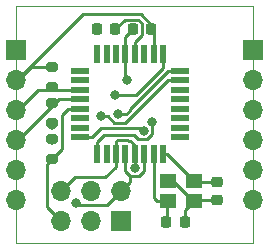
<source format=gbr>
G04 #@! TF.GenerationSoftware,KiCad,Pcbnew,(5.99.0-11522-g728b160719)*
G04 #@! TF.CreationDate,2021-08-06T10:01:32+10:00*
G04 #@! TF.ProjectId,OLED Deligate,4f4c4544-2044-4656-9c69-676174652e6b,rev?*
G04 #@! TF.SameCoordinates,Original*
G04 #@! TF.FileFunction,Copper,L1,Top*
G04 #@! TF.FilePolarity,Positive*
%FSLAX46Y46*%
G04 Gerber Fmt 4.6, Leading zero omitted, Abs format (unit mm)*
G04 Created by KiCad (PCBNEW (5.99.0-11522-g728b160719)) date 2021-08-06 10:01:32*
%MOMM*%
%LPD*%
G01*
G04 APERTURE LIST*
G04 Aperture macros list*
%AMRoundRect*
0 Rectangle with rounded corners*
0 $1 Rounding radius*
0 $2 $3 $4 $5 $6 $7 $8 $9 X,Y pos of 4 corners*
0 Add a 4 corners polygon primitive as box body*
4,1,4,$2,$3,$4,$5,$6,$7,$8,$9,$2,$3,0*
0 Add four circle primitives for the rounded corners*
1,1,$1+$1,$2,$3*
1,1,$1+$1,$4,$5*
1,1,$1+$1,$6,$7*
1,1,$1+$1,$8,$9*
0 Add four rect primitives between the rounded corners*
20,1,$1+$1,$2,$3,$4,$5,0*
20,1,$1+$1,$4,$5,$6,$7,0*
20,1,$1+$1,$6,$7,$8,$9,0*
20,1,$1+$1,$8,$9,$2,$3,0*%
G04 Aperture macros list end*
G04 #@! TA.AperFunction,Profile*
%ADD10C,0.100000*%
G04 #@! TD*
G04 #@! TA.AperFunction,SMDPad,CuDef*
%ADD11RoundRect,0.200000X0.275000X-0.200000X0.275000X0.200000X-0.275000X0.200000X-0.275000X-0.200000X0*%
G04 #@! TD*
G04 #@! TA.AperFunction,SMDPad,CuDef*
%ADD12RoundRect,0.225000X-0.250000X0.225000X-0.250000X-0.225000X0.250000X-0.225000X0.250000X0.225000X0*%
G04 #@! TD*
G04 #@! TA.AperFunction,ComponentPad*
%ADD13R,1.700000X1.700000*%
G04 #@! TD*
G04 #@! TA.AperFunction,ComponentPad*
%ADD14O,1.700000X1.700000*%
G04 #@! TD*
G04 #@! TA.AperFunction,SMDPad,CuDef*
%ADD15R,1.400000X1.200000*%
G04 #@! TD*
G04 #@! TA.AperFunction,SMDPad,CuDef*
%ADD16RoundRect,0.200000X-0.275000X0.200000X-0.275000X-0.200000X0.275000X-0.200000X0.275000X0.200000X0*%
G04 #@! TD*
G04 #@! TA.AperFunction,SMDPad,CuDef*
%ADD17RoundRect,0.225000X-0.225000X-0.250000X0.225000X-0.250000X0.225000X0.250000X-0.225000X0.250000X0*%
G04 #@! TD*
G04 #@! TA.AperFunction,SMDPad,CuDef*
%ADD18RoundRect,0.225000X0.225000X0.250000X-0.225000X0.250000X-0.225000X-0.250000X0.225000X-0.250000X0*%
G04 #@! TD*
G04 #@! TA.AperFunction,SMDPad,CuDef*
%ADD19R,0.550000X1.600000*%
G04 #@! TD*
G04 #@! TA.AperFunction,SMDPad,CuDef*
%ADD20R,1.600000X0.550000*%
G04 #@! TD*
G04 #@! TA.AperFunction,ViaPad*
%ADD21C,0.800000*%
G04 #@! TD*
G04 #@! TA.AperFunction,Conductor*
%ADD22C,0.250000*%
G04 #@! TD*
G04 APERTURE END LIST*
D10*
X143027000Y-94107000D02*
X122961000Y-94107000D01*
X122961000Y-94107000D02*
X122961000Y-74041000D01*
X122961000Y-74041000D02*
X143027000Y-74041000D01*
X143027000Y-74041000D02*
X143027000Y-94107000D01*
D11*
G04 #@! TO.P,R3,1*
G04 #@! TO.N,+3V3*
X125984000Y-83883000D03*
G04 #@! TO.P,R3,2*
G04 #@! TO.N,/HOST SCL*
X125984000Y-82233000D03*
G04 #@! TD*
D12*
G04 #@! TO.P,C4,1*
G04 #@! TO.N,/XTAL2*
X139954000Y-88887000D03*
G04 #@! TO.P,C4,2*
G04 #@! TO.N,GND*
X139954000Y-90437000D03*
G04 #@! TD*
D13*
G04 #@! TO.P,J2,1,Pin_1*
G04 #@! TO.N,/ICSP MISO*
X131826000Y-92202000D03*
D14*
G04 #@! TO.P,J2,2,Pin_2*
G04 #@! TO.N,+3V3*
X131826000Y-89662000D03*
G04 #@! TO.P,J2,3,Pin_3*
G04 #@! TO.N,/ICSP SCK*
X129286000Y-92202000D03*
G04 #@! TO.P,J2,4,Pin_4*
G04 #@! TO.N,/ICSP MOSI*
X129286000Y-89662000D03*
G04 #@! TO.P,J2,5,Pin_5*
G04 #@! TO.N,/ICSP RST*
X126746000Y-92202000D03*
G04 #@! TO.P,J2,6,Pin_6*
G04 #@! TO.N,GND*
X126746000Y-89662000D03*
G04 #@! TD*
D13*
G04 #@! TO.P,J3,1,Pin_1*
G04 #@! TO.N,N/C*
X143027000Y-77749000D03*
D14*
G04 #@! TO.P,J3,2,Pin_2*
X143027000Y-80289000D03*
G04 #@! TO.P,J3,3,Pin_3*
G04 #@! TO.N,/OLED SDA*
X143027000Y-82829000D03*
G04 #@! TO.P,J3,4,Pin_4*
G04 #@! TO.N,/OLED SCL*
X143027000Y-85369000D03*
G04 #@! TO.P,J3,5,Pin_5*
G04 #@! TO.N,N/C*
X143027000Y-87909000D03*
G04 #@! TO.P,J3,6,Pin_6*
X143027000Y-90449000D03*
G04 #@! TD*
D15*
G04 #@! TO.P,Y1,1,1*
G04 #@! TO.N,/XTAL1*
X135806000Y-90512000D03*
G04 #@! TO.P,Y1,2,2*
G04 #@! TO.N,GND*
X138006000Y-90512000D03*
G04 #@! TO.P,Y1,3,3*
G04 #@! TO.N,/XTAL2*
X138006000Y-88812000D03*
G04 #@! TO.P,Y1,4,4*
G04 #@! TO.N,GND*
X135806000Y-88812000D03*
G04 #@! TD*
D16*
G04 #@! TO.P,R2,1*
G04 #@! TO.N,+3V3*
X125984000Y-79185000D03*
G04 #@! TO.P,R2,2*
G04 #@! TO.N,/HOST SDA*
X125984000Y-80835000D03*
G04 #@! TD*
D17*
G04 #@! TO.P,C1,1*
G04 #@! TO.N,GND*
X129781000Y-75946000D03*
G04 #@! TO.P,C1,2*
G04 #@! TO.N,Net-(C1-Pad2)*
X131331000Y-75946000D03*
G04 #@! TD*
D11*
G04 #@! TO.P,R1,1*
G04 #@! TO.N,/ICSP RST*
X125984000Y-86931000D03*
G04 #@! TO.P,R1,2*
G04 #@! TO.N,+3V3*
X125984000Y-85281000D03*
G04 #@! TD*
D13*
G04 #@! TO.P,J1,1,Pin_1*
G04 #@! TO.N,N/C*
X122961000Y-77749000D03*
D14*
G04 #@! TO.P,J1,2,Pin_2*
G04 #@! TO.N,+3V3*
X122961000Y-80289000D03*
G04 #@! TO.P,J1,3,Pin_3*
G04 #@! TO.N,/HOST SDA*
X122961000Y-82829000D03*
G04 #@! TO.P,J1,4,Pin_4*
G04 #@! TO.N,/HOST SCL*
X122961000Y-85369000D03*
G04 #@! TO.P,J1,5,Pin_5*
G04 #@! TO.N,GND*
X122961000Y-87909000D03*
G04 #@! TO.P,J1,6,Pin_6*
G04 #@! TO.N,N/C*
X122961000Y-90449000D03*
G04 #@! TD*
D18*
G04 #@! TO.P,C3,1*
G04 #@! TO.N,GND*
X137205000Y-92270000D03*
G04 #@! TO.P,C3,2*
G04 #@! TO.N,/XTAL1*
X135655000Y-92270000D03*
G04 #@! TD*
G04 #@! TO.P,C2,1*
G04 #@! TO.N,+3V3*
X134379000Y-75946000D03*
G04 #@! TO.P,C2,2*
G04 #@! TO.N,GND*
X132829000Y-75946000D03*
G04 #@! TD*
D19*
G04 #@! TO.P,U1,1,PD3*
G04 #@! TO.N,/OLED SDA*
X129788000Y-86546000D03*
G04 #@! TO.P,U1,2,PD4*
G04 #@! TO.N,N/C*
X130588000Y-86546000D03*
G04 #@! TO.P,U1,3,GND*
G04 #@! TO.N,GND*
X131388000Y-86546000D03*
G04 #@! TO.P,U1,4,VCC*
G04 #@! TO.N,+3V3*
X132188000Y-86546000D03*
G04 #@! TO.P,U1,5,GND*
G04 #@! TO.N,GND*
X132988000Y-86546000D03*
G04 #@! TO.P,U1,6,VCC*
G04 #@! TO.N,+3V3*
X133788000Y-86546000D03*
G04 #@! TO.P,U1,7,XTAL1/PB6*
G04 #@! TO.N,/XTAL1*
X134588000Y-86546000D03*
G04 #@! TO.P,U1,8,XTAL2/PB7*
G04 #@! TO.N,/XTAL2*
X135388000Y-86546000D03*
D20*
G04 #@! TO.P,U1,9,PD5*
G04 #@! TO.N,N/C*
X136838000Y-85096000D03*
G04 #@! TO.P,U1,10,PD6*
X136838000Y-84296000D03*
G04 #@! TO.P,U1,11,PD7*
X136838000Y-83496000D03*
G04 #@! TO.P,U1,12,PB0*
X136838000Y-82696000D03*
G04 #@! TO.P,U1,13,PB1*
X136838000Y-81896000D03*
G04 #@! TO.P,U1,14,PB2*
X136838000Y-81096000D03*
G04 #@! TO.P,U1,15,PB3*
G04 #@! TO.N,/ICSP MOSI*
X136838000Y-80296000D03*
G04 #@! TO.P,U1,16,PB4*
G04 #@! TO.N,/ICSP MISO*
X136838000Y-79496000D03*
D19*
G04 #@! TO.P,U1,17,PB5*
G04 #@! TO.N,/ICSP SCK*
X135388000Y-78046000D03*
G04 #@! TO.P,U1,18,AVCC*
G04 #@! TO.N,+3V3*
X134588000Y-78046000D03*
G04 #@! TO.P,U1,19,ADC6*
G04 #@! TO.N,N/C*
X133788000Y-78046000D03*
G04 #@! TO.P,U1,20,AREF*
G04 #@! TO.N,Net-(C1-Pad2)*
X132988000Y-78046000D03*
G04 #@! TO.P,U1,21,GND*
G04 #@! TO.N,GND*
X132188000Y-78046000D03*
G04 #@! TO.P,U1,22,ADC7*
G04 #@! TO.N,N/C*
X131388000Y-78046000D03*
G04 #@! TO.P,U1,23,PC0*
X130588000Y-78046000D03*
G04 #@! TO.P,U1,24,PC1*
X129788000Y-78046000D03*
D20*
G04 #@! TO.P,U1,25,PC2*
X128338000Y-79496000D03*
G04 #@! TO.P,U1,26,PC3*
X128338000Y-80296000D03*
G04 #@! TO.P,U1,27,PC4*
G04 #@! TO.N,/HOST SDA*
X128338000Y-81096000D03*
G04 #@! TO.P,U1,28,PC5*
G04 #@! TO.N,/HOST SCL*
X128338000Y-81896000D03*
G04 #@! TO.P,U1,29,~RESET~/PC6*
G04 #@! TO.N,/ICSP RST*
X128338000Y-82696000D03*
G04 #@! TO.P,U1,30,PD0*
G04 #@! TO.N,N/C*
X128338000Y-83496000D03*
G04 #@! TO.P,U1,31,PD1*
X128338000Y-84296000D03*
G04 #@! TO.P,U1,32,PD2*
G04 #@! TO.N,/OLED SCL*
X128338000Y-85096000D03*
G04 #@! TD*
D21*
G04 #@! TO.N,GND*
X133017500Y-87683463D03*
X132334000Y-80264000D03*
X129781000Y-75946000D03*
X132829000Y-75946000D03*
X135806000Y-88812000D03*
G04 #@! TO.N,+3V3*
X125984000Y-85344000D03*
X128016000Y-90678000D03*
X125984000Y-84074000D03*
G04 #@! TO.N,/ICSP MISO*
X131588034Y-83153989D03*
G04 #@! TO.N,/ICSP SCK*
X131318000Y-81534000D03*
G04 #@! TO.N,/ICSP MOSI*
X130139033Y-83357015D03*
G04 #@! TO.N,/OLED SDA*
X134450916Y-83840604D03*
G04 #@! TO.N,/OLED SCL*
X133742000Y-84545192D03*
G04 #@! TD*
D22*
G04 #@! TO.N,GND*
X131493615Y-85390385D02*
X132427947Y-85390385D01*
X131388000Y-86546000D02*
X131388000Y-85496000D01*
X137906000Y-90512000D02*
X136206000Y-88812000D01*
X132443624Y-85406062D02*
X132613406Y-85406062D01*
X132829000Y-75946000D02*
X132188000Y-76587000D01*
X132988000Y-86546000D02*
X132988000Y-87653963D01*
X131388000Y-85496000D02*
X131493615Y-85390385D01*
X135806000Y-88816000D02*
X135890000Y-88900000D01*
X138006000Y-90512000D02*
X137906000Y-90512000D01*
X132988000Y-87653963D02*
X133017500Y-87683463D01*
X132188000Y-76587000D02*
X132188000Y-78046000D01*
X137205000Y-91313000D02*
X138006000Y-90512000D01*
X132427947Y-85390385D02*
X132443624Y-85406062D01*
X136206000Y-88812000D02*
X135806000Y-88812000D01*
X139954000Y-90437000D02*
X138081000Y-90437000D01*
X131388000Y-86546000D02*
X131388000Y-87596000D01*
X132988000Y-85780656D02*
X132988000Y-86546000D01*
X127920511Y-88487489D02*
X126746000Y-89662000D01*
X131388000Y-87596000D02*
X130496511Y-88487489D01*
X132613406Y-85406062D02*
X132988000Y-85780656D01*
X130496511Y-88487489D02*
X127920511Y-88487489D01*
X137205000Y-92270000D02*
X137205000Y-91313000D01*
X132188000Y-78046000D02*
X132188000Y-80118000D01*
X132188000Y-80118000D02*
X132334000Y-80264000D01*
X138081000Y-90437000D02*
X138006000Y-90512000D01*
X135806000Y-88812000D02*
X135806000Y-88816000D01*
G04 #@! TO.N,Net-(C1-Pad2)*
X132988000Y-77045372D02*
X133604480Y-76428892D01*
X133604480Y-75463108D02*
X133287852Y-75146480D01*
X132988000Y-78046000D02*
X132988000Y-77045372D01*
X133287852Y-75146480D02*
X132130520Y-75146480D01*
X132130520Y-75146480D02*
X131331000Y-75946000D01*
X133604480Y-76428892D02*
X133604480Y-75463108D01*
G04 #@! TO.N,+3V3*
X124190020Y-79185000D02*
X123086020Y-80289000D01*
X131826000Y-89662000D02*
X130651489Y-90836511D01*
X133788000Y-87937577D02*
X133317603Y-88407974D01*
X132603974Y-88884026D02*
X132603974Y-88407974D01*
X134588000Y-76155000D02*
X134588000Y-78046000D01*
X133788000Y-86546000D02*
X133788000Y-87937577D01*
X125984000Y-85281000D02*
X125984000Y-85344000D01*
X133317603Y-88407974D02*
X132603974Y-88407974D01*
X133474045Y-74696969D02*
X128553031Y-74696969D01*
X132188000Y-87992000D02*
X132188000Y-86546000D01*
X125984000Y-83883000D02*
X125984000Y-84074000D01*
X130651489Y-90836511D02*
X128174511Y-90836511D01*
X134379000Y-75946000D02*
X134379000Y-75601924D01*
X134379000Y-75601924D02*
X133474045Y-74696969D01*
X134379000Y-75946000D02*
X134588000Y-76155000D01*
X125984000Y-79185000D02*
X124190020Y-79185000D01*
X128553031Y-74696969D02*
X123086020Y-80163980D01*
X128174511Y-90836511D02*
X128016000Y-90678000D01*
X131826000Y-89662000D02*
X132603974Y-88884026D01*
X132603974Y-88407974D02*
X132188000Y-87992000D01*
G04 #@! TO.N,/XTAL1*
X134694000Y-90350000D02*
X134856000Y-90512000D01*
X134588000Y-90244000D02*
X134694000Y-90350000D01*
X135681000Y-90637000D02*
X135806000Y-90512000D01*
X135681000Y-92270000D02*
X135681000Y-90637000D01*
X134856000Y-90512000D02*
X135806000Y-90512000D01*
X134588000Y-86546000D02*
X134588000Y-90244000D01*
G04 #@! TO.N,/XTAL2*
X139954000Y-88887000D02*
X138081000Y-88887000D01*
X138081000Y-88887000D02*
X138006000Y-88812000D01*
X135388000Y-86546000D02*
X135740000Y-86546000D01*
X135740000Y-86546000D02*
X138006000Y-88812000D01*
G04 #@! TO.N,/HOST SDA*
X124819020Y-81096000D02*
X123086020Y-82829000D01*
X128338000Y-81096000D02*
X124819020Y-81096000D01*
G04 #@! TO.N,/HOST SCL*
X126559020Y-81896000D02*
X123086020Y-85369000D01*
X128338000Y-81896000D02*
X126559020Y-81896000D01*
G04 #@! TO.N,/ICSP MISO*
X132538732Y-82745268D02*
X132538732Y-82862490D01*
X135788000Y-79496000D02*
X132538732Y-82745268D01*
X132538732Y-82862490D02*
X132247233Y-83153989D01*
X136838000Y-79496000D02*
X135788000Y-79496000D01*
X132247233Y-83153989D02*
X131588034Y-83153989D01*
G04 #@! TO.N,/ICSP SCK*
X135388000Y-79260282D02*
X133114282Y-81534000D01*
X133114282Y-81534000D02*
X131318000Y-81534000D01*
X135388000Y-78046000D02*
X135388000Y-79260282D01*
G04 #@! TO.N,/ICSP MOSI*
X135753359Y-80296000D02*
X132170870Y-83878489D01*
X132170870Y-83878489D02*
X131206849Y-83878489D01*
X130685375Y-83357015D02*
X130139033Y-83357015D01*
X131206849Y-83878489D02*
X130685375Y-83357015D01*
X136838000Y-80296000D02*
X135753359Y-80296000D01*
G04 #@! TO.N,/ICSP RST*
X125571489Y-87343511D02*
X125571489Y-91027489D01*
X125571489Y-91027489D02*
X126746000Y-92202000D01*
X127288000Y-82696000D02*
X126783520Y-83200480D01*
X125984000Y-86931000D02*
X125571489Y-87343511D01*
X126783520Y-83200480D02*
X126783520Y-86131480D01*
X128338000Y-82696000D02*
X127288000Y-82696000D01*
X126783520Y-86131480D02*
X125984000Y-86931000D01*
G04 #@! TO.N,/OLED SDA*
X134042099Y-85269693D02*
X134466501Y-84845291D01*
X129788000Y-85496000D02*
X130343126Y-84940874D01*
X130343126Y-84940874D02*
X132904261Y-84940874D01*
X133233080Y-85269693D02*
X134042099Y-85269693D01*
X129788000Y-86546000D02*
X129788000Y-85496000D01*
X134466501Y-84845291D02*
X134466501Y-84245093D01*
X134450916Y-84229508D02*
X134450916Y-83840604D01*
X132904261Y-84940874D02*
X133233080Y-85269693D01*
X134466501Y-84245093D02*
X134450916Y-84229508D01*
G04 #@! TO.N,/OLED SCL*
X133742000Y-84545192D02*
X133524808Y-84328000D01*
X130156000Y-84328000D02*
X129388000Y-85096000D01*
X129388000Y-85096000D02*
X128338000Y-85096000D01*
X133524808Y-84328000D02*
X130156000Y-84328000D01*
G04 #@! TD*
M02*

</source>
